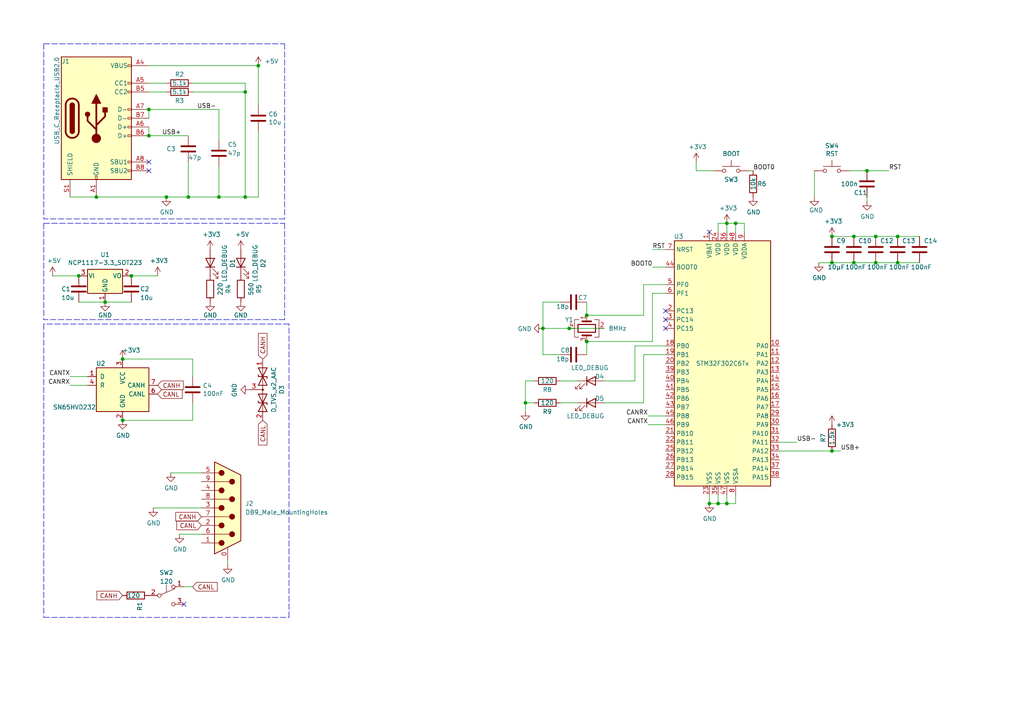
<source format=kicad_sch>
(kicad_sch (version 20211123) (generator eeschema)
  (paper "A4")
  (lib_symbols
    (symbol "Connector:DB9_Male_MountingHoles" (pin_names (offset 1.016) hide)
      (property "Reference" "J" (at 0 16.51 0))
      (property "Value" "DB9_Male_MountingHoles" (at 0 14.605 0))
      (symbol "DB9_Male_MountingHoles_0_1"
        (circle (center -1.778 -10.16) (radius 0.762) (fill (type outline)))
        (circle (center -1.778 -5.08) (radius 0.762) (fill (type outline)))
        (circle (center -1.778 0) (radius 0.762) (fill (type outline)))
        (circle (center -1.778 5.08) (radius 0.762) (fill (type outline)))
        (circle (center -1.778 10.16) (radius 0.762) (fill (type outline)))
        (polyline (pts (xy -3.81 -10.16) (xy -2.54 -10.16)))
        (polyline (pts (xy -3.81 -7.62) (xy 0.508 -7.62)))
        (polyline (pts (xy -3.81 -5.08) (xy -2.54 -5.08)))
        (polyline (pts (xy -3.81 -2.54) (xy 0.508 -2.54)))
        (polyline (pts (xy -3.81 0) (xy -2.54 0)))
        (polyline (pts (xy -3.81 2.54) (xy 0.508 2.54)))
        (polyline (pts (xy -3.81 5.08) (xy -2.54 5.08)))
        (polyline (pts (xy -3.81 7.62) (xy 0.508 7.62)))
        (polyline (pts (xy -3.81 10.16) (xy -2.54 10.16)))
        (polyline (pts (xy -3.81 -13.335) (xy -3.81 13.335) (xy 3.81 9.525) (xy 3.81 -9.525) (xy -3.81 -13.335)) (stroke (width 0.254)) (fill (type background)))
        (circle (center 1.27 -7.62) (radius 0.762) (fill (type outline)))
        (circle (center 1.27 -2.54) (radius 0.762) (fill (type outline)))
        (circle (center 1.27 2.54) (radius 0.762) (fill (type outline)))
        (circle (center 1.27 7.62) (radius 0.762) (fill (type outline)))
      )
      (symbol "DB9_Male_MountingHoles_1_1"
        (pin passive line (at 0 -15.24 90) (length 3.81) (name "PAD") (number "0"))
        (pin passive line (at -7.62 -10.16 0) (length 3.81) (name "1") (number "1"))
        (pin passive line (at -7.62 -5.08 0) (length 3.81) (name "2") (number "2"))
        (pin passive line (at -7.62 0 0) (length 3.81) (name "3") (number "3"))
        (pin passive line (at -7.62 5.08 0) (length 3.81) (name "4") (number "4"))
        (pin passive line (at -7.62 10.16 0) (length 3.81) (name "5") (number "5"))
        (pin passive line (at -7.62 -7.62 0) (length 3.81) (name "6") (number "6"))
        (pin passive line (at -7.62 -2.54 0) (length 3.81) (name "7") (number "7"))
        (pin passive line (at -7.62 2.54 0) (length 3.81) (name "8") (number "8"))
        (pin passive line (at -7.62 7.62 0) (length 3.81) (name "9") (number "9"))
      )
    )
    (symbol "Device:C" (pin_numbers hide) (pin_names (offset 0.254))
      (property "Reference" "C" (at 0.635 2.54 0))
      (property "Value" "C" (at 0.635 -2.54 0))
      (symbol "C_0_1"
        (polyline (pts (xy -2.032 -0.762) (xy 2.032 -0.762)) (stroke (width 0.508)))
        (polyline (pts (xy -2.032 0.762) (xy 2.032 0.762)) (stroke (width 0.508)))
      )
      (symbol "C_1_1"
        (pin passive line (at 0 3.81 270) (length 2.794) (name "~") (number "1"))
        (pin passive line (at 0 -3.81 90) (length 2.794) (name "~") (number "2"))
      )
    )
    (symbol "Device:Crystal_GND24" (pin_names (offset 1.016) hide)
      (property "Reference" "Y" (at 3.175 5.08 0))
      (property "Value" "Crystal_GND24" (at 3.175 3.175 0))
      (symbol "Crystal_GND24_0_1"
        (rectangle (start -1.143 2.54) (end 1.143 -2.54) (stroke (width 0.3048)))
        (polyline (pts (xy -2.54 0) (xy -2.032 0)))
        (polyline (pts (xy -2.032 -1.27) (xy -2.032 1.27)) (stroke (width 0.508)))
        (polyline (pts (xy 0 -3.81) (xy 0 -3.556)))
        (polyline (pts (xy 0 3.556) (xy 0 3.81)))
        (polyline (pts (xy 2.032 -1.27) (xy 2.032 1.27)) (stroke (width 0.508)))
        (polyline (pts (xy 2.032 0) (xy 2.54 0)))
        (polyline (pts (xy -2.54 -2.286) (xy -2.54 -3.556) (xy 2.54 -3.556) (xy 2.54 -2.286)))
        (polyline (pts (xy -2.54 2.286) (xy -2.54 3.556) (xy 2.54 3.556) (xy 2.54 2.286)))
      )
      (symbol "Crystal_GND24_1_1"
        (pin passive line (at -3.81 0 0) (length 1.27) (name "1") (number "1"))
        (pin passive line (at 0 5.08 270) (length 1.27) (name "2") (number "2"))
        (pin passive line (at 3.81 0 180) (length 1.27) (name "3") (number "3"))
        (pin passive line (at 0 -5.08 90) (length 1.27) (name "4") (number "4"))
      )
    )
    (symbol "Device:D_TVS_x2_AAC" (pin_names (offset 1.016) hide)
      (property "Reference" "D" (at 0 4.445 0))
      (property "Value" "Device_D_TVS_x2_AAC" (at 0 2.54 0))
      (symbol "D_TVS_x2_AAC_0_0"
        (polyline (pts (xy 0 -1.27) (xy 0 0)))
      )
      (symbol "D_TVS_x2_AAC_0_1"
        (polyline (pts (xy -6.35 0) (xy 6.35 0)))
        (polyline (pts (xy -3.302 1.27) (xy -3.81 1.27) (xy -3.81 -1.27) (xy -4.318 -1.27)) (stroke (width 0.254)))
        (polyline (pts (xy 4.318 1.27) (xy 3.81 1.27) (xy 3.81 -1.27) (xy 3.302 -1.27)) (stroke (width 0.254)))
        (polyline (pts (xy -6.35 1.27) (xy -1.27 -1.27) (xy -1.27 1.27) (xy -6.35 -1.27) (xy -6.35 1.27)) (stroke (width 0.254)))
        (polyline (pts (xy 6.35 1.27) (xy 1.27 -1.27) (xy 1.27 1.27) (xy 6.35 -1.27) (xy 6.35 1.27)) (stroke (width 0.254)))
        (circle (center 0 0) (radius 0.254) (fill (type outline)))
      )
      (symbol "D_TVS_x2_AAC_1_1"
        (pin passive line (at -8.89 0 0) (length 2.54) (name "A1") (number "1"))
        (pin passive line (at 8.89 0 180) (length 2.54) (name "A2") (number "2"))
        (pin input line (at 0 -3.81 90) (length 2.54) (name "common") (number "3"))
      )
    )
    (symbol "Device:LED" (pin_numbers hide) (pin_names (offset 1.016) hide)
      (property "Reference" "D" (at 0 2.54 0))
      (property "Value" "LED" (at 0 -2.54 0))
      (symbol "LED_0_1"
        (polyline (pts (xy -1.27 -1.27) (xy -1.27 1.27)) (stroke (width 0.254)))
        (polyline (pts (xy -1.27 0) (xy 1.27 0)))
        (polyline (pts (xy 1.27 -1.27) (xy 1.27 1.27) (xy -1.27 0) (xy 1.27 -1.27)) (stroke (width 0.254)))
        (polyline (pts (xy -3.048 -0.762) (xy -4.572 -2.286) (xy -3.81 -2.286) (xy -4.572 -2.286) (xy -4.572 -1.524)))
        (polyline (pts (xy -1.778 -0.762) (xy -3.302 -2.286) (xy -2.54 -2.286) (xy -3.302 -2.286) (xy -3.302 -1.524)))
      )
      (symbol "LED_1_1"
        (pin passive line (at -3.81 0 0) (length 2.54) (name "K") (number "1"))
        (pin passive line (at 3.81 0 180) (length 2.54) (name "A") (number "2"))
      )
    )
    (symbol "Device:R" (pin_numbers hide) (pin_names (offset 0))
      (property "Reference" "R" (at 2.032 0 90))
      (property "Value" "R" (at 0 0 90))
      (symbol "R_0_1"
        (rectangle (start -1.016 -2.54) (end 1.016 2.54) (stroke (width 0.254)))
      )
      (symbol "R_1_1"
        (pin passive line (at 0 3.81 270) (length 1.27) (name "~") (number "1"))
        (pin passive line (at 0 -3.81 90) (length 1.27) (name "~") (number "2"))
      )
    )
    (symbol "IO_Board_V1-rescue:USB_C_Receptacle_USB2.0-Connector" (pin_names (offset 1.016))
      (property "Reference" "J" (at -10.16 19.05 0))
      (property "Value" "USB_C_Receptacle_USB2.0-Connector" (at 19.05 19.05 0))
      (symbol "USB_C_Receptacle_USB2.0-Connector_0_0"
        (rectangle (start -0.254 -17.78) (end 0.254 -16.764))
        (rectangle (start 10.16 -14.986) (end 9.144 -15.494))
        (rectangle (start 10.16 -12.446) (end 9.144 -12.954))
        (rectangle (start 10.16 -4.826) (end 9.144 -5.334))
        (rectangle (start 10.16 -2.286) (end 9.144 -2.794))
        (rectangle (start 10.16 0.254) (end 9.144 -0.254))
        (rectangle (start 10.16 2.794) (end 9.144 2.286))
        (rectangle (start 10.16 7.874) (end 9.144 7.366))
        (rectangle (start 10.16 10.414) (end 9.144 9.906))
        (rectangle (start 10.16 15.494) (end 9.144 14.986))
      )
      (symbol "USB_C_Receptacle_USB2.0-Connector_0_1"
        (rectangle (start -10.16 17.78) (end 10.16 -17.78) (stroke (width 0.254)) (fill (type background)))
        (arc (start -8.89 -3.81) (mid -6.985 -5.715) (end -5.08 -3.81) (stroke (width 0.508)))
        (arc (start -7.62 -3.81) (mid -6.985 -4.445) (end -6.35 -3.81) (stroke (width 0.254)))
        (arc (start -7.62 -3.81) (mid -6.985 -4.445) (end -6.35 -3.81) (stroke (width 0.254)) (fill (type outline)))
        (rectangle (start -7.62 -3.81) (end -6.35 3.81) (stroke (width 0.254)) (fill (type outline)))
        (arc (start -6.35 3.81) (mid -6.985 4.445) (end -7.62 3.81) (stroke (width 0.254)))
        (arc (start -6.35 3.81) (mid -6.985 4.445) (end -7.62 3.81) (stroke (width 0.254)) (fill (type outline)))
        (arc (start -5.08 3.81) (mid -6.985 5.715) (end -8.89 3.81) (stroke (width 0.508)))
        (circle (center -2.54 1.143) (radius 0.635) (stroke (width 0.254)) (fill (type outline)))
        (circle (center 0 -5.842) (radius 1.27) (fill (type outline)))
        (polyline (pts (xy -8.89 -3.81) (xy -8.89 3.81)) (stroke (width 0.508)))
        (polyline (pts (xy -5.08 3.81) (xy -5.08 -3.81)) (stroke (width 0.508)))
        (polyline (pts (xy 0 -5.842) (xy 0 4.318)) (stroke (width 0.508)))
        (polyline (pts (xy 0 -3.302) (xy -2.54 -0.762) (xy -2.54 0.508)) (stroke (width 0.508)))
        (polyline (pts (xy 0 -2.032) (xy 2.54 0.508) (xy 2.54 1.778)) (stroke (width 0.508)))
        (polyline (pts (xy -1.27 4.318) (xy 0 6.858) (xy 1.27 4.318) (xy -1.27 4.318)) (stroke (width 0.254)) (fill (type outline)))
        (rectangle (start 1.905 1.778) (end 3.175 3.048) (stroke (width 0.254)) (fill (type outline)))
      )
      (symbol "USB_C_Receptacle_USB2.0-Connector_1_1"
        (pin passive line (at 0 -22.86 90) (length 5.08) (name "GND") (number "A1"))
        (pin passive line (at 0 -22.86 90) (length 5.08) hide (name "GND") (number "A12"))
        (pin passive line (at 15.24 15.24 180) (length 5.08) (name "VBUS") (number "A4"))
        (pin bidirectional line (at 15.24 10.16 180) (length 5.08) (name "CC1") (number "A5"))
        (pin bidirectional line (at 15.24 -2.54 180) (length 5.08) (name "D+") (number "A6"))
        (pin bidirectional line (at 15.24 2.54 180) (length 5.08) (name "D-") (number "A7"))
        (pin bidirectional line (at 15.24 -12.7 180) (length 5.08) (name "SBU1") (number "A8"))
        (pin passive line (at 15.24 15.24 180) (length 5.08) hide (name "VBUS") (number "A9"))
        (pin passive line (at 0 -22.86 90) (length 5.08) hide (name "GND") (number "B1"))
        (pin passive line (at 0 -22.86 90) (length 5.08) hide (name "GND") (number "B12"))
        (pin passive line (at 15.24 15.24 180) (length 5.08) hide (name "VBUS") (number "B4"))
        (pin bidirectional line (at 15.24 7.62 180) (length 5.08) (name "CC2") (number "B5"))
        (pin bidirectional line (at 15.24 -5.08 180) (length 5.08) (name "D+") (number "B6"))
        (pin bidirectional line (at 15.24 0 180) (length 5.08) (name "D-") (number "B7"))
        (pin bidirectional line (at 15.24 -15.24 180) (length 5.08) (name "SBU2") (number "B8"))
        (pin passive line (at 15.24 15.24 180) (length 5.08) hide (name "VBUS") (number "B9"))
        (pin passive line (at -7.62 -22.86 90) (length 5.08) (name "SHIELD") (number "S1"))
      )
    )
    (symbol "Interface_CAN_LIN:SN65HVD232" (pin_names (offset 1.016))
      (property "Reference" "U" (at -2.54 10.16 0))
      (property "Value" "SN65HVD232" (at -2.54 7.62 0))
      (symbol "SN65HVD232_0_1"
        (rectangle (start -7.62 5.08) (end 7.62 -7.62) (stroke (width 0.254)) (fill (type background)))
      )
      (symbol "SN65HVD232_1_1"
        (pin input line (at -10.16 2.54 0) (length 2.54) (name "D") (number "1"))
        (pin power_in line (at 0 -10.16 90) (length 2.54) (name "GND") (number "2"))
        (pin power_in line (at 0 7.62 270) (length 2.54) (name "VCC") (number "3"))
        (pin output line (at -10.16 0 0) (length 2.54) (name "R") (number "4"))
        (pin no_connect line (at -10.16 -2.54 0) (length 2.54) hide (name "NC") (number "5"))
        (pin bidirectional line (at 10.16 -2.54 180) (length 2.54) (name "CANL") (number "6"))
        (pin bidirectional line (at 10.16 0 180) (length 2.54) (name "CANH") (number "7"))
        (pin no_connect line (at -10.16 -5.08 0) (length 2.54) hide (name "NC") (number "8"))
      )
    )
    (symbol "MCU_ST_STM32F3:STM32F302C6Tx"
      (property "Reference" "U" (at -15.24 36.83 0))
      (property "Value" "STM32F302C6Tx" (at 7.62 36.83 0))
      (symbol "STM32F302C6Tx_0_1"
        (rectangle (start -15.24 -35.56) (end 12.7 35.56) (stroke (width 0.254)) (fill (type background)))
      )
      (symbol "STM32F302C6Tx_1_1"
        (pin power_in line (at -5.08 38.1 270) (length 2.54) (name "VBAT") (number "1"))
        (pin bidirectional line (at 15.24 5.08 180) (length 2.54) (name "PA0") (number "10"))
        (pin bidirectional line (at 15.24 2.54 180) (length 2.54) (name "PA1") (number "11"))
        (pin bidirectional line (at 15.24 0 180) (length 2.54) (name "PA2") (number "12"))
        (pin bidirectional line (at 15.24 -2.54 180) (length 2.54) (name "PA3") (number "13"))
        (pin bidirectional line (at 15.24 -5.08 180) (length 2.54) (name "PA4") (number "14"))
        (pin bidirectional line (at 15.24 -7.62 180) (length 2.54) (name "PA5") (number "15"))
        (pin bidirectional line (at 15.24 -10.16 180) (length 2.54) (name "PA6") (number "16"))
        (pin bidirectional line (at 15.24 -12.7 180) (length 2.54) (name "PA7") (number "17"))
        (pin bidirectional line (at -17.78 5.08 0) (length 2.54) (name "PB0") (number "18"))
        (pin bidirectional line (at -17.78 2.54 0) (length 2.54) (name "PB1") (number "19"))
        (pin bidirectional line (at -17.78 15.24 0) (length 2.54) (name "PC13") (number "2"))
        (pin bidirectional line (at -17.78 0 0) (length 2.54) (name "PB2") (number "20"))
        (pin bidirectional line (at -17.78 -20.32 0) (length 2.54) (name "PB10") (number "21"))
        (pin bidirectional line (at -17.78 -22.86 0) (length 2.54) (name "PB11") (number "22"))
        (pin power_in line (at -5.08 -38.1 90) (length 2.54) (name "VSS") (number "23"))
        (pin power_in line (at -2.54 38.1 270) (length 2.54) (name "VDD") (number "24"))
        (pin bidirectional line (at -17.78 -25.4 0) (length 2.54) (name "PB12") (number "25"))
        (pin bidirectional line (at -17.78 -27.94 0) (length 2.54) (name "PB13") (number "26"))
        (pin bidirectional line (at -17.78 -30.48 0) (length 2.54) (name "PB14") (number "27"))
        (pin bidirectional line (at -17.78 -33.02 0) (length 2.54) (name "PB15") (number "28"))
        (pin bidirectional line (at 15.24 -15.24 180) (length 2.54) (name "PA8") (number "29"))
        (pin bidirectional line (at -17.78 12.7 0) (length 2.54) (name "PC14") (number "3"))
        (pin bidirectional line (at 15.24 -17.78 180) (length 2.54) (name "PA9") (number "30"))
        (pin bidirectional line (at 15.24 -20.32 180) (length 2.54) (name "PA10") (number "31"))
        (pin bidirectional line (at 15.24 -22.86 180) (length 2.54) (name "PA11") (number "32"))
        (pin bidirectional line (at 15.24 -25.4 180) (length 2.54) (name "PA12") (number "33"))
        (pin bidirectional line (at 15.24 -27.94 180) (length 2.54) (name "PA13") (number "34"))
        (pin power_in line (at -2.54 -38.1 90) (length 2.54) (name "VSS") (number "35"))
        (pin power_in line (at 0 38.1 270) (length 2.54) (name "VDD") (number "36"))
        (pin bidirectional line (at 15.24 -30.48 180) (length 2.54) (name "PA14") (number "37"))
        (pin bidirectional line (at 15.24 -33.02 180) (length 2.54) (name "PA15") (number "38"))
        (pin bidirectional line (at -17.78 -2.54 0) (length 2.54) (name "PB3") (number "39"))
        (pin bidirectional line (at -17.78 10.16 0) (length 2.54) (name "PC15") (number "4"))
        (pin bidirectional line (at -17.78 -5.08 0) (length 2.54) (name "PB4") (number "40"))
        (pin bidirectional line (at -17.78 -7.62 0) (length 2.54) (name "PB5") (number "41"))
        (pin bidirectional line (at -17.78 -10.16 0) (length 2.54) (name "PB6") (number "42"))
        (pin bidirectional line (at -17.78 -12.7 0) (length 2.54) (name "PB7") (number "43"))
        (pin input line (at -17.78 27.94 0) (length 2.54) (name "BOOT0") (number "44"))
        (pin bidirectional line (at -17.78 -15.24 0) (length 2.54) (name "PB8") (number "45"))
        (pin bidirectional line (at -17.78 -17.78 0) (length 2.54) (name "PB9") (number "46"))
        (pin power_in line (at 0 -38.1 90) (length 2.54) (name "VSS") (number "47"))
        (pin power_in line (at 2.54 38.1 270) (length 2.54) (name "VDD") (number "48"))
        (pin input line (at -17.78 22.86 0) (length 2.54) (name "PF0") (number "5"))
        (pin input line (at -17.78 20.32 0) (length 2.54) (name "PF1") (number "6"))
        (pin input line (at -17.78 33.02 0) (length 2.54) (name "NRST") (number "7"))
        (pin power_in line (at 2.54 -38.1 90) (length 2.54) (name "VSSA") (number "8"))
        (pin power_in line (at 5.08 38.1 270) (length 2.54) (name "VDDA") (number "9"))
      )
    )
    (symbol "Regulator_Linear:NCP1117-3.3_SOT223" (pin_names (offset 0.254))
      (property "Reference" "U" (at -3.81 3.175 0))
      (property "Value" "NCP1117-3.3_SOT223" (at 0 3.175 0))
      (symbol "NCP1117-3.3_SOT223_0_1"
        (rectangle (start -5.08 -5.08) (end 5.08 1.905) (stroke (width 0.254)) (fill (type background)))
      )
      (symbol "NCP1117-3.3_SOT223_1_1"
        (pin power_in line (at 0 -7.62 90) (length 2.54) (name "GND") (number "1"))
        (pin power_out line (at 7.62 0 180) (length 2.54) (name "VO") (number "2"))
        (pin power_in line (at -7.62 0 0) (length 2.54) (name "VI") (number "3"))
      )
    )
    (symbol "Switch:SW_Push" (pin_numbers hide) (pin_names (offset 1.016) hide)
      (property "Reference" "SW" (at 1.27 2.54 0))
      (property "Value" "SW_Push" (at 0 -1.524 0))
      (symbol "SW_Push_0_1"
        (circle (center -2.032 0) (radius 0.508))
        (polyline (pts (xy 0 1.27) (xy 0 3.048)))
        (polyline (pts (xy 2.54 1.27) (xy -2.54 1.27)))
        (circle (center 2.032 0) (radius 0.508))
        (pin passive line (at -5.08 0 0) (length 2.54) (name "1") (number "1"))
        (pin passive line (at 5.08 0 180) (length 2.54) (name "2") (number "2"))
      )
    )
    (symbol "Switch:SW_Push_SPDT" (pin_names (offset 0) hide)
      (property "Reference" "SW" (at 0 4.318 0))
      (property "Value" "SW_Push_SPDT" (at 0 -5.08 0))
      (symbol "SW_Push_SPDT_0_0"
        (circle (center -2.032 0) (radius 0.508))
        (polyline (pts (xy 0 1.016) (xy 0 3.048)))
        (circle (center 2.032 -2.54) (radius 0.508))
      )
      (symbol "SW_Push_SPDT_0_1"
        (polyline (pts (xy -1.524 0.254) (xy 2.54 2.032)))
        (circle (center 2.032 2.54) (radius 0.508))
      )
      (symbol "SW_Push_SPDT_1_1"
        (pin passive line (at 5.08 2.54 180) (length 2.54) (name "A") (number "1"))
        (pin passive line (at -5.08 0 0) (length 2.54) (name "B") (number "2"))
        (pin passive line (at 5.08 -2.54 180) (length 2.54) (name "C") (number "3"))
      )
    )
    (symbol "power:+3.3V" (power) (pin_names (offset 0))
      (property "Value" "+3.3V" (at 0 3.556 0))
      (symbol "+3.3V_0_1"
        (polyline (pts (xy -0.762 1.27) (xy 0 2.54)))
        (polyline (pts (xy 0 0) (xy 0 2.54)))
        (polyline (pts (xy 0 2.54) (xy 0.762 1.27)))
      )
      (symbol "+3.3V_1_1"
        (pin power_in line (at 0 0 90) (length 0) hide (name "+3V3") (number "1"))
      )
    )
    (symbol "power:+5V" (power) (pin_names (offset 0))
      (property "Value" "+5V" (at 0 3.556 0))
      (symbol "+5V_0_1"
        (polyline (pts (xy -0.762 1.27) (xy 0 2.54)))
        (polyline (pts (xy 0 0) (xy 0 2.54)))
        (polyline (pts (xy 0 2.54) (xy 0.762 1.27)))
      )
      (symbol "+5V_1_1"
        (pin power_in line (at 0 0 90) (length 0) hide (name "+5V") (number "1"))
      )
    )
    (symbol "power:GND" (power) (pin_names (offset 0))
      (property "Value" "GND" (at 0 -3.81 0))
      (symbol "GND_0_1"
        (polyline (pts (xy 0 0) (xy 0 -1.27) (xy 1.27 -1.27) (xy 0 -2.54) (xy -1.27 -1.27) (xy 0 -1.27)))
      )
      (symbol "GND_1_1"
        (pin power_in line (at 0 0 270) (length 0) hide (name "GND") (number "1"))
      )
    )
  )
  (junction (at 54.61 57.15))
  (junction (at 260.35 76.2))
  (junction (at 35.56 121.92))
  (junction (at 254 68.58))
  (junction (at 63.5 57.15))
  (junction (at 254 76.2))
  (junction (at 165.1 95.25))
  (junction (at 251.46 49.53))
  (junction (at 208.28 146.05))
  (junction (at 170.18 99.06))
  (junction (at 210.82 64.77))
  (junction (at 205.74 146.05))
  (junction (at 241.3 68.58))
  (junction (at 30.48 87.63))
  (junction (at 241.3 130.81))
  (junction (at 213.36 64.77))
  (junction (at 71.12 26.67))
  (junction (at 43.18 39.37))
  (junction (at 71.12 57.15))
  (junction (at 260.35 68.58))
  (junction (at 22.86 80.01))
  (junction (at 43.18 31.75))
  (junction (at 247.65 68.58))
  (junction (at 247.65 76.2))
  (junction (at 74.93 19.05))
  (junction (at 152.4 116.84))
  (junction (at 210.82 146.05))
  (junction (at 27.94 57.15))
  (junction (at 241.3 76.2))
  (junction (at 38.1 80.01))
  (junction (at 170.18 91.44))
  (junction (at 35.56 104.14))
  (junction (at 48.26 57.15))
  (junction (at 157.48 95.25))
  (no_connect (at 205.74 67.31))
  (no_connect (at 193.04 92.71))
  (no_connect (at 193.04 95.25))
  (no_connect (at 53.34 175.26))
  (no_connect (at 193.04 90.17))
  (no_connect (at 43.18 46.99))
  (no_connect (at 43.18 49.53))
  (wire (pts (xy 193.04 77.47) (xy 189.23 77.47)))
  (wire (pts (xy 43.18 39.37) (xy 54.61 39.37)))
  (wire (pts (xy 53.34 170.18) (xy 55.88 170.18)))
  (wire (pts (xy 251.46 57.15) (xy 251.46 58.42)))
  (polyline (pts (xy 12.7 12.7) (xy 82.55 12.7)))
  (wire (pts (xy 208.28 64.77) (xy 210.82 64.77)))
  (wire (pts (xy 71.12 24.13) (xy 71.12 26.67)))
  (wire (pts (xy 55.88 26.67) (xy 71.12 26.67)))
  (wire (pts (xy 152.4 116.84) (xy 152.4 119.38)))
  (polyline (pts (xy 82.55 92.71) (xy 12.7 92.71)))
  (wire (pts (xy 55.88 24.13) (xy 71.12 24.13)))
  (wire (pts (xy 226.06 130.81) (xy 241.3 130.81)))
  (wire (pts (xy 186.69 82.55) (xy 193.04 82.55)))
  (wire (pts (xy 205.74 143.51) (xy 205.74 146.05)))
  (wire (pts (xy 55.88 116.84) (xy 55.88 121.92)))
  (polyline (pts (xy 12.7 64.77) (xy 82.55 64.77)))
  (wire (pts (xy 63.5 48.26) (xy 63.5 57.15)))
  (wire (pts (xy 189.23 99.06) (xy 189.23 85.09)))
  (wire (pts (xy 251.46 49.53) (xy 257.81 49.53)))
  (wire (pts (xy 208.28 143.51) (xy 208.28 146.05)))
  (wire (pts (xy 55.88 121.92) (xy 35.56 121.92)))
  (wire (pts (xy 186.69 82.55) (xy 186.69 91.44)))
  (wire (pts (xy 66.04 163.83) (xy 66.04 162.56)))
  (wire (pts (xy 43.18 31.75) (xy 63.5 31.75)))
  (wire (pts (xy 193.04 102.87) (xy 186.69 102.87)))
  (wire (pts (xy 43.18 36.83) (xy 43.18 39.37)))
  (wire (pts (xy 175.26 95.25) (xy 165.1 95.25)))
  (wire (pts (xy 254 76.2) (xy 260.35 76.2)))
  (wire (pts (xy 247.65 76.2) (xy 254 76.2)))
  (wire (pts (xy 35.56 104.14) (xy 55.88 104.14)))
  (wire (pts (xy 213.36 64.77) (xy 213.36 67.31)))
  (wire (pts (xy 44.45 147.32) (xy 58.42 147.32)))
  (polyline (pts (xy 12.7 64.77) (xy 12.7 92.71)))
  (polyline (pts (xy 82.55 64.77) (xy 82.55 92.71)))
  (wire (pts (xy 63.5 31.75) (xy 63.5 40.64)))
  (wire (pts (xy 71.12 26.67) (xy 71.12 57.15)))
  (polyline (pts (xy 83.82 93.98) (xy 12.7 93.98)))
  (wire (pts (xy 210.82 67.31) (xy 210.82 64.77)))
  (wire (pts (xy 165.1 95.25) (xy 157.48 95.25)))
  (wire (pts (xy 170.18 99.06) (xy 189.23 99.06)))
  (wire (pts (xy 25.4 111.76) (xy 20.32 111.76)))
  (wire (pts (xy 247.65 68.58) (xy 254 68.58)))
  (wire (pts (xy 210.82 64.77) (xy 213.36 64.77)))
  (wire (pts (xy 241.3 130.81) (xy 243.84 130.81)))
  (wire (pts (xy 43.18 24.13) (xy 48.26 24.13)))
  (wire (pts (xy 71.12 57.15) (xy 74.93 57.15)))
  (polyline (pts (xy 83.82 179.07) (xy 83.82 93.98)))
  (wire (pts (xy 49.53 137.16) (xy 58.42 137.16)))
  (wire (pts (xy 215.9 64.77) (xy 215.9 67.31)))
  (wire (pts (xy 30.48 87.63) (xy 38.1 87.63)))
  (wire (pts (xy 170.18 102.87) (xy 170.18 99.06)))
  (polyline (pts (xy 82.55 63.5) (xy 12.7 63.5)))
  (wire (pts (xy 54.61 57.15) (xy 63.5 57.15)))
  (polyline (pts (xy 12.7 93.98) (xy 12.7 179.07)))
  (wire (pts (xy 63.5 57.15) (xy 71.12 57.15)))
  (wire (pts (xy 237.49 76.2) (xy 241.3 76.2)))
  (wire (pts (xy 152.4 110.49) (xy 152.4 116.84)))
  (polyline (pts (xy 12.7 12.7) (xy 12.7 63.5)))
  (polyline (pts (xy 82.55 12.7) (xy 82.55 63.5)))
  (wire (pts (xy 186.69 91.44) (xy 170.18 91.44)))
  (wire (pts (xy 157.48 87.63) (xy 157.48 95.25)))
  (wire (pts (xy 184.15 100.33) (xy 193.04 100.33)))
  (wire (pts (xy 184.15 110.49) (xy 175.26 110.49)))
  (wire (pts (xy 167.64 116.84) (xy 162.56 116.84)))
  (wire (pts (xy 43.18 34.29) (xy 43.18 31.75)))
  (wire (pts (xy 152.4 116.84) (xy 154.94 116.84)))
  (wire (pts (xy 175.26 116.84) (xy 186.69 116.84)))
  (wire (pts (xy 52.07 154.94) (xy 58.42 154.94)))
  (wire (pts (xy 189.23 85.09) (xy 193.04 85.09)))
  (wire (pts (xy 20.32 57.15) (xy 27.94 57.15)))
  (wire (pts (xy 74.93 57.15) (xy 74.93 38.1)))
  (wire (pts (xy 213.36 64.77) (xy 215.9 64.77)))
  (wire (pts (xy 217.17 49.53) (xy 218.44 49.53)))
  (wire (pts (xy 193.04 123.19) (xy 187.96 123.19)))
  (wire (pts (xy 22.86 87.63) (xy 30.48 87.63)))
  (wire (pts (xy 162.56 87.63) (xy 157.48 87.63)))
  (wire (pts (xy 157.48 102.87) (xy 162.56 102.87)))
  (wire (pts (xy 207.01 49.53) (xy 201.93 49.53)))
  (wire (pts (xy 226.06 128.27) (xy 231.14 128.27)))
  (wire (pts (xy 25.4 109.22) (xy 20.32 109.22)))
  (wire (pts (xy 210.82 146.05) (xy 213.36 146.05)))
  (wire (pts (xy 167.64 110.49) (xy 162.56 110.49)))
  (wire (pts (xy 193.04 120.65) (xy 187.96 120.65)))
  (wire (pts (xy 48.26 57.15) (xy 54.61 57.15)))
  (wire (pts (xy 55.88 104.14) (xy 55.88 109.22)))
  (wire (pts (xy 201.93 49.53) (xy 201.93 46.99)))
  (wire (pts (xy 43.18 19.05) (xy 74.93 19.05)))
  (polyline (pts (xy 12.7 179.07) (xy 83.82 179.07)))
  (wire (pts (xy 247.65 76.2) (xy 241.3 76.2)))
  (wire (pts (xy 38.1 80.01) (xy 45.72 80.01)))
  (wire (pts (xy 210.82 143.51) (xy 210.82 146.05)))
  (wire (pts (xy 246.38 49.53) (xy 251.46 49.53)))
  (wire (pts (xy 170.18 87.63) (xy 170.18 91.44)))
  (wire (pts (xy 184.15 110.49) (xy 184.15 100.33)))
  (wire (pts (xy 154.94 110.49) (xy 152.4 110.49)))
  (wire (pts (xy 254 68.58) (xy 260.35 68.58)))
  (wire (pts (xy 260.35 76.2) (xy 266.7 76.2)))
  (wire (pts (xy 157.48 95.25) (xy 157.48 102.87)))
  (wire (pts (xy 241.3 68.58) (xy 247.65 68.58)))
  (wire (pts (xy 15.24 80.01) (xy 22.86 80.01)))
  (wire (pts (xy 236.22 57.15) (xy 236.22 49.53)))
  (wire (pts (xy 260.35 68.58) (xy 266.7 68.58)))
  (wire (pts (xy 186.69 102.87) (xy 186.69 116.84)))
  (wire (pts (xy 43.18 26.67) (xy 48.26 26.67)))
  (wire (pts (xy 54.61 46.99) (xy 54.61 57.15)))
  (wire (pts (xy 205.74 146.05) (xy 208.28 146.05)))
  (wire (pts (xy 208.28 146.05) (xy 210.82 146.05)))
  (wire (pts (xy 27.94 57.15) (xy 48.26 57.15)))
  (wire (pts (xy 208.28 67.31) (xy 208.28 64.77)))
  (wire (pts (xy 213.36 146.05) (xy 213.36 143.51)))
  (wire (pts (xy 189.23 72.39) (xy 193.04 72.39)))
  (wire (pts (xy 74.93 19.05) (xy 74.93 30.48)))
  (label "CANTX" (at 20.32 109.22 180))
  (label "USB+" (at 243.84 130.81 0))
  (label "CANRX" (at 20.32 111.76 180))
  (label "CANTX" (at 187.96 123.19 180))
  (label "BOOT0" (at 189.23 77.47 180))
  (label "CANRX" (at 187.96 120.65 180))
  (label "USB-" (at 231.14 128.27 0))
  (label "RST" (at 189.23 72.39 0))
  (label "BOOT0" (at 218.44 49.53 0))
  (label "USB+" (at 46.99 39.37 0))
  (label "USB-" (at 57.15 31.75 0))
  (label "RST" (at 257.81 49.53 0))
  (global_label "CANH" (shape input) (at 58.42 149.86 180) (property "Intersheet References" "${INTERSHEET_REFS}" (effects hide)))
  (global_label "CANH" (shape input) (at 35.56 172.72 180) (property "Intersheet References" "${INTERSHEET_REFS}" (effects hide)))
  (global_label "CANL" (shape input) (at 58.42 152.4 180) (property "Intersheet References" "${INTERSHEET_REFS}" (effects hide)))
  (global_label "CANL" (shape input) (at 45.72 114.3 0) (property "Intersheet References" "${INTERSHEET_REFS}" (effects hide)))
  (global_label "CANH" (shape input) (at 76.2 104.14 90) (property "Intersheet References" "${INTERSHEET_REFS}" (effects hide)))
  (global_label "CANL" (shape input) (at 55.88 170.18 0) (property "Intersheet References" "${INTERSHEET_REFS}" (effects hide)))
  (global_label "CANH" (shape input) (at 45.72 111.76 0) (property "Intersheet References" "${INTERSHEET_REFS}" (effects hide)))
  (global_label "CANL" (shape input) (at 76.2 121.92 270) (property "Intersheet References" "${INTERSHEET_REFS}" (effects hide)))
  (symbol (lib_id "Device:C") (at 55.88 113.03 180) (unit 1)
    (property "Reference" "C4" (at 58.801 111.8616 0) (effects (justify right)))
    (property "Value" "100nF" (at 58.801 114.173 0) (effects (justify right)))
    (property "Footprint" "Capacitor_SMD:C_0805_2012Metric" (effects hide))
  )
  (symbol (lib_id "Regulator_Linear:NCP1117-3.3_SOT223") (at 30.48 80.01 0) (unit 1)
    (property "Reference" "U1" (at 30.48 73.8632 0))
    (property "Value" "NCP1117-3.3_SOT223" (at 30.48 76.1746 0))
    (property "Footprint" "Package_TO_SOT_SMD:SOT-223-3_TabPin2" (effects hide))
    (property "Datasheet" "http://www.onsemi.com/pub_link/Collateral/NCP1117-D.PDF" (effects hide))
  )
  (symbol (lib_id "power:GND") (at 60.96 87.63 0) (unit 1)
    (property "Reference" "#PWR010" (effects hide))
    (property "Value" "GND" (at 60.96 91.44 0))
  )
  (symbol (lib_id "power:+3.3V") (at 241.3 68.58 0) (unit 1)
    (property "Reference" "#PWR023" (effects hide))
    (property "Value" "+3.3V" (at 241.681 64.1858 0))
  )
  (symbol (lib_id "Device:R") (at 52.07 24.13 90) (unit 1)
    (property "Reference" "R2" (at 52.07 21.59 90))
    (property "Value" "5.1k" (at 52.07 24.13 90))
    (property "Footprint" "Resistor_SMD:R_0805_2012Metric" (effects hide))
  )
  (symbol (lib_id "power:GND") (at 237.49 76.2 0) (unit 1)
    (property "Reference" "#PWR022" (effects hide))
    (property "Value" "GND" (at 237.617 80.5942 0))
  )
  (symbol (lib_id "Device:C") (at 254 72.39 180) (unit 1)
    (property "Reference" "C12" (at 255.27 69.85 0) (effects (justify right)))
    (property "Value" "100nF" (at 251.46 77.47 0) (effects (justify right)))
    (property "Footprint" "Capacitor_SMD:C_0805_2012Metric" (effects hide))
  )
  (symbol (lib_id "Device:Crystal_GND24") (at 170.18 95.25 270) (unit 1)
    (property "Reference" "Y1" (at 163.83 92.71 90) (effects (justify left)))
    (property "Value" "8MHz" (at 176.53 95.25 90) (effects (justify left)))
    (property "Footprint" "Crystal:Crystal_SMD_5032-4Pin_5.0x3.2mm" (effects hide))
  )
  (symbol (lib_id "Device:C") (at 166.37 87.63 270) (unit 1)
    (property "Reference" "C7" (at 167.64 86.36 90) (effects (justify left)))
    (property "Value" "18p" (at 161.29 88.9 90) (effects (justify left)))
    (property "Footprint" "Capacitor_SMD:C_0805_2012Metric" (effects hide))
  )
  (symbol (lib_id "power:GND") (at 66.04 163.83 0) (unit 1)
    (property "Reference" "#PWR06" (effects hide))
    (property "Value" "GND" (at 66.167 168.2242 0))
  )
  (symbol (lib_id "Device:D_TVS_x2_AAC") (at 76.2 113.03 270) (unit 1)
    (property "Reference" "D3" (at 81.7118 113.03 0))
    (property "Value" "D_TVS_x2_AAC" (at 79.4004 113.03 0))
    (property "Footprint" "Package_TO_SOT_SMD:SOT-23" (effects hide))
  )
  (symbol (lib_id "Device:R") (at 158.75 110.49 90) (unit 1)
    (property "Reference" "R8" (at 158.75 113.03 90))
    (property "Value" "120" (at 158.75 110.49 90))
    (property "Footprint" "Resistor_SMD:R_0805_2012Metric" (effects hide))
  )
  (symbol (lib_id "Device:C") (at 251.46 53.34 0) (unit 1)
    (property "Reference" "C11" (at 247.65 55.88 0) (effects (justify left)))
    (property "Value" "100n" (at 243.84 53.34 0) (effects (justify left)))
    (property "Footprint" "Capacitor_SMD:C_0805_2012Metric" (effects hide))
  )
  (symbol (lib_id "power:+3.3V") (at 45.72 80.01 0) (unit 1)
    (property "Reference" "#PWR07" (effects hide))
    (property "Value" "+3.3V" (at 46.101 75.6158 0))
  )
  (symbol (lib_id "power:GND") (at 52.07 154.94 0) (unit 1)
    (property "Reference" "#PWR028" (effects hide))
    (property "Value" "GND" (at 52.197 159.3342 0))
  )
  (symbol (lib_id "IO_Board_V1-rescue:USB_C_Receptacle_USB2.0-Connector") (at 27.94 34.29 0) (unit 1)
    (property "Reference" "J1" (at 19.05 17.78 0))
    (property "Value" "USB_C_Receptacle_USB2.0" (at 16.51 29.21 90))
    (property "Footprint" "Connector_USB:USB_C_Receptacle_GCT_USB4085" (effects hide))
    (property "Datasheet" "https://www.usb.org/sites/default/files/documents/usb_type-c.zip" (effects hide))
  )
  (symbol (lib_id "Device:C") (at 260.35 72.39 180) (unit 1)
    (property "Reference" "C13" (at 261.62 69.85 0) (effects (justify right)))
    (property "Value" "100nF" (at 257.81 77.47 0) (effects (justify right)))
    (property "Footprint" "Capacitor_SMD:C_0805_2012Metric" (effects hide))
  )
  (symbol (lib_id "Device:R") (at 39.37 172.72 90) (unit 1)
    (property "Reference" "R1" (at 40.5384 174.498 0) (effects (justify right)))
    (property "Value" "120" (at 36.83 172.72 90) (effects (justify right)))
    (property "Footprint" "Resistor_SMD:R_0805_2012Metric" (effects hide))
  )
  (symbol (lib_id "power:+5V") (at 74.93 19.05 0) (unit 1)
    (property "Reference" "#PWR015" (effects hide))
    (property "Value" "+5V" (at 78.74 17.78 0))
  )
  (symbol (lib_id "Device:C") (at 63.5 44.45 0) (unit 1)
    (property "Reference" "C5" (at 66.04 41.91 0) (effects (justify left)))
    (property "Value" "47p" (at 66.04 44.45 0) (effects (justify left)))
    (property "Footprint" "Capacitor_SMD:C_0805_2012Metric" (effects hide))
  )
  (symbol (lib_id "power:GND") (at 152.4 119.38 0) (unit 1)
    (property "Reference" "#PWR026" (effects hide))
    (property "Value" "GND" (at 152.527 123.7742 0))
  )
  (symbol (lib_id "Interface_CAN_LIN:SN65HVD232") (at 35.56 111.76 0) (unit 1)
    (property "Reference" "U2" (at 29.21 105.41 0))
    (property "Value" "SN65HVD232" (at 21.59 118.11 0))
    (property "Footprint" "Package_SO:SOIC-8_3.9x4.9mm_P1.27mm" (effects hide))
    (property "Datasheet" "http://www.ti.com/lit/ds/symlink/sn65hvd230.pdf" (effects hide))
  )
  (symbol (lib_id "Device:R") (at 158.75 116.84 90) (unit 1)
    (property "Reference" "R9" (at 158.75 119.38 90))
    (property "Value" "120" (at 158.75 116.84 90))
    (property "Footprint" "Resistor_SMD:R_0805_2012Metric" (effects hide))
  )
  (symbol (lib_id "power:GND") (at 236.22 57.15 0) (unit 1)
    (property "Reference" "#PWR021" (effects hide))
    (property "Value" "GND" (at 238.76 60.96 0) (effects (justify right)))
  )
  (symbol (lib_id "power:GND") (at 218.44 57.15 0) (unit 1)
    (property "Reference" "#PWR020" (effects hide))
    (property "Value" "GND" (at 218.567 61.5442 0))
  )
  (symbol (lib_id "Switch:SW_Push") (at 212.09 49.53 0) (unit 1)
    (property "Reference" "SW3" (at 212.09 52.07 0))
    (property "Value" "BOOT" (at 212.09 44.6024 0))
    (property "Footprint" "Button_Switch_SMD:SW_SPST_CK_RS282G05A3" (effects hide))
  )
  (symbol (lib_id "Device:R") (at 218.44 53.34 180) (unit 1)
    (property "Reference" "R6" (at 220.98 53.34 0))
    (property "Value" "10k" (at 218.44 53.34 90))
    (property "Footprint" "Resistor_SMD:R_0805_2012Metric" (effects hide))
  )
  (symbol (lib_id "MCU_ST_STM32F3:STM32F302C6Tx") (at 210.82 105.41 0) (unit 1)
    (property "Reference" "U3" (at 196.85 68.58 0))
    (property "Value" "STM32F302C6Tx" (at 209.55 105.41 0))
    (property "Footprint" "Package_QFP:LQFP-48_7x7mm_P0.5mm" (effects hide))
    (property "Datasheet" "http://www.st.com/st-web-ui/static/active/en/resource/technical/document/datasheet/DM00093333.pdf" (effects hide))
  )
  (symbol (lib_id "power:GND") (at 48.26 57.15 0) (unit 1)
    (property "Reference" "#PWR08" (effects hide))
    (property "Value" "GND" (at 48.387 61.5442 0))
  )
  (symbol (lib_id "power:GND") (at 49.53 137.16 0) (unit 1)
    (property "Reference" "#PWR027" (effects hide))
    (property "Value" "GND" (at 49.657 141.5542 0))
  )
  (symbol (lib_id "Device:LED") (at 60.96 76.2 90) (unit 1)
    (property "Reference" "D1" (at 67.437 76.3778 0))
    (property "Value" "LED_DEBUG" (at 65.1256 76.3778 0))
    (property "Footprint" "LED_SMD:LED_0805_2012Metric" (effects hide))
  )
  (symbol (lib_id "Device:C") (at 74.93 34.29 0) (unit 1)
    (property "Reference" "C6" (at 77.851 33.1216 0) (effects (justify left)))
    (property "Value" "10u" (at 77.851 35.433 0) (effects (justify left)))
    (property "Footprint" "Capacitor_SMD:C_0805_2012Metric" (effects hide))
  )
  (symbol (lib_id "Connector:DB9_Male_MountingHoles") (at 66.04 147.32 0) (unit 1)
    (property "Reference" "J2" (at 71.12 146.0499 0) (effects (justify left)))
    (property "Value" "DB9_Male_MountingHoles" (at 71.12 148.5899 0) (effects (justify left)))
    (property "Footprint" "Connector_Dsub:DSUB-9_Male_Horizontal_P2.77x2.84mm_EdgePinOffset7.70mm_Housed_MountingHolesOffset9.12mm" (effects hide))
    (property "Datasheet" " ~" (effects hide))
  )
  (symbol (lib_id "power:GND") (at 69.85 87.63 0) (unit 1)
    (property "Reference" "#PWR012" (effects hide))
    (property "Value" "GND" (at 69.85 91.44 0))
  )
  (symbol (lib_id "power:GND") (at 157.48 95.25 270) (unit 1)
    (property "Reference" "#PWR016" (effects hide))
    (property "Value" "GND" (at 154.2288 95.377 90) (effects (justify right)))
  )
  (symbol (lib_id "power:+5V") (at 15.24 80.01 0) (unit 1)
    (property "Reference" "#PWR01" (effects hide))
    (property "Value" "+5V" (at 15.621 75.6158 0))
  )
  (symbol (lib_id "Device:C") (at 241.3 72.39 180) (unit 1)
    (property "Reference" "C9" (at 242.57 69.85 0) (effects (justify right)))
    (property "Value" "10µF" (at 240.03 77.47 0) (effects (justify right)))
    (property "Footprint" "Capacitor_SMD:C_0805_2012Metric" (effects hide))
  )
  (symbol (lib_id "Device:R") (at 241.3 127 0) (unit 1)
    (property "Reference" "R7" (at 238.76 127 90))
    (property "Value" "1.5k" (at 241.3 127 90))
    (property "Footprint" "Resistor_SMD:R_0805_2012Metric" (effects hide))
  )
  (symbol (lib_id "power:GND") (at 44.45 147.32 0) (unit 1)
    (property "Reference" "#PWR014" (effects hide))
    (property "Value" "GND" (at 44.577 151.7142 0))
  )
  (symbol (lib_id "power:+3.3V") (at 241.3 123.19 0) (unit 1)
    (property "Reference" "#PWR024" (effects hide))
    (property "Value" "+3.3V" (at 245.11 123.19 0))
  )
  (symbol (lib_id "Device:C") (at 247.65 72.39 180) (unit 1)
    (property "Reference" "C10" (at 248.92 69.85 0) (effects (justify right)))
    (property "Value" "100nF" (at 245.11 77.47 0) (effects (justify right)))
    (property "Footprint" "Capacitor_SMD:C_0805_2012Metric" (effects hide))
  )
  (symbol (lib_id "Device:R") (at 52.07 26.67 90) (unit 1)
    (property "Reference" "R3" (at 52.07 29.21 90))
    (property "Value" "5.1k" (at 52.07 26.67 90))
    (property "Footprint" "Resistor_SMD:R_0805_2012Metric" (effects hide))
  )
  (symbol (lib_id "Device:C") (at 166.37 102.87 270) (unit 1)
    (property "Reference" "C8" (at 162.56 101.6 90) (effects (justify left)))
    (property "Value" "18p" (at 161.29 104.14 90) (effects (justify left)))
    (property "Footprint" "Capacitor_SMD:C_0805_2012Metric" (effects hide))
  )
  (symbol (lib_id "Device:C") (at 22.86 83.82 180) (unit 1)
    (property "Reference" "C1" (at 17.78 83.82 0) (effects (justify right)))
    (property "Value" "10u" (at 17.78 86.36 0) (effects (justify right)))
    (property "Footprint" "Capacitor_SMD:C_0805_2012Metric" (effects hide))
  )
  (symbol (lib_id "Switch:SW_Push") (at 241.3 49.53 0) (unit 1)
    (property "Reference" "SW4" (at 241.3 42.291 0))
    (property "Value" "RST" (at 241.3 44.6024 0))
    (property "Footprint" "Button_Switch_SMD:SW_SPST_CK_RS282G05A3" (effects hide))
  )
  (symbol (lib_id "Device:R") (at 60.96 83.82 180) (unit 1)
    (property "Reference" "R4" (at 66.2178 83.82 90))
    (property "Value" "220" (at 63.9064 83.82 90))
    (property "Footprint" "Resistor_SMD:R_0805_2012Metric" (effects hide))
  )
  (symbol (lib_id "power:+3.3V") (at 35.56 104.14 0) (unit 1)
    (property "Reference" "#PWR04" (effects hide))
    (property "Value" "+3.3V" (at 38.1 101.6 0))
  )
  (symbol (lib_id "Device:C") (at 266.7 72.39 180) (unit 1)
    (property "Reference" "C14" (at 267.97 69.85 0) (effects (justify right)))
    (property "Value" "100nF" (at 264.16 77.47 0) (effects (justify right)))
    (property "Footprint" "Capacitor_SMD:C_0805_2012Metric" (effects hide))
  )
  (symbol (lib_id "Device:C") (at 38.1 83.82 180) (unit 1)
    (property "Reference" "C2" (at 40.64 83.82 0) (effects (justify right)))
    (property "Value" "10u" (at 40.64 86.36 0) (effects (justify right)))
    (property "Footprint" "Capacitor_SMD:C_0805_2012Metric" (effects hide))
  )
  (symbol (lib_id "Device:LED") (at 171.45 116.84 0) (unit 1)
    (property "Reference" "D5" (at 175.26 115.57 0) (effects (justify right)))
    (property "Value" "LED_DEBUG" (at 175.26 120.65 0) (effects (justify right)))
    (property "Footprint" "LED_SMD:LED_0805_2012Metric" (effects hide))
  )
  (symbol (lib_id "power:+3.3V") (at 60.96 72.39 0) (unit 1)
    (property "Reference" "#PWR09" (effects hide))
    (property "Value" "+3.3V" (at 61.341 67.9958 0))
  )
  (symbol (lib_id "power:GND") (at 205.74 146.05 0) (unit 1)
    (property "Reference" "#PWR018" (effects hide))
    (property "Value" "GND" (at 205.867 150.4442 0))
  )
  (symbol (lib_id "power:+5V") (at 69.85 72.39 0) (unit 1)
    (property "Reference" "#PWR011" (effects hide))
    (property "Value" "+5V" (at 70.231 67.9958 0))
  )
  (symbol (lib_id "power:GND") (at 72.39 113.03 270) (unit 1)
    (property "Reference" "#PWR013" (effects hide))
    (property "Value" "GND" (at 67.9958 113.157 0))
  )
  (symbol (lib_id "power:+3.3V") (at 210.82 64.77 0) (unit 1)
    (property "Reference" "#PWR019" (effects hide))
    (property "Value" "+3.3V" (at 211.201 60.3758 0))
  )
  (symbol (lib_id "power:GND") (at 251.46 58.42 0) (unit 1)
    (property "Reference" "#PWR025" (effects hide))
    (property "Value" "GND" (at 251.587 62.8142 0))
  )
  (symbol (lib_id "Device:C") (at 54.61 43.18 0) (unit 1)
    (property "Reference" "C3" (at 48.26 43.18 0) (effects (justify left)))
    (property "Value" "47p" (at 54.61 45.72 0) (effects (justify left)))
    (property "Footprint" "Capacitor_SMD:C_0805_2012Metric" (effects hide))
  )
  (symbol (lib_id "power:GND") (at 35.56 121.92 0) (unit 1)
    (property "Reference" "#PWR05" (effects hide))
    (property "Value" "GND" (at 35.687 126.3142 0))
  )
  (symbol (lib_id "Switch:SW_Push_SPDT") (at 48.26 172.72 0) (unit 1)
    (property "Reference" "SW2" (at 48.26 166.0992 0))
    (property "Value" "120" (at 48.26 168.6361 0))
    (property "Footprint" "Button_Switch_THT:SW_Push_1P2T_Vertical_E-Switch_800UDP8P1A1M6" (effects hide))
  )
  (symbol (lib_id "Device:R") (at 69.85 83.82 180) (unit 1)
    (property "Reference" "R5" (at 75.1078 83.82 90))
    (property "Value" "560" (at 72.7964 83.82 90))
    (property "Footprint" "Resistor_SMD:R_0805_2012Metric" (effects hide))
  )
  (symbol (lib_id "power:GND") (at 30.48 87.63 0) (unit 1)
    (property "Reference" "#PWR03" (effects hide))
    (property "Value" "GND" (at 30.48 91.44 0))
  )
  (symbol (lib_id "power:+3.3V") (at 201.93 46.99 0) (unit 1)
    (property "Reference" "#PWR017" (effects hide))
    (property "Value" "+3.3V" (at 202.311 42.5958 0))
  )
  (symbol (lib_id "Device:LED") (at 171.45 110.49 0) (unit 1)
    (property "Reference" "D4" (at 175.26 109.22 0) (effects (justify right)))
    (property "Value" "LED_DEBUG" (at 176.53 106.68 0) (effects (justify right)))
    (property "Footprint" "LED_SMD:LED_0805_2012Metric" (effects hide))
  )
  (symbol (lib_id "Device:LED") (at 69.85 76.2 90) (unit 1)
    (property "Reference" "D2" (at 76.327 76.3778 0))
    (property "Value" "LED_DEBUG" (at 74.0156 76.3778 0))
    (property "Footprint" "LED_SMD:LED_0805_2012Metric" (effects hide))
  )
)
</source>
